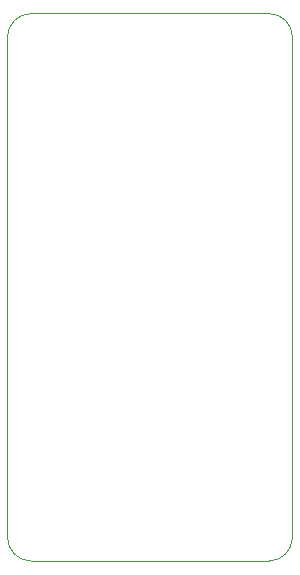
<source format=gbr>
%TF.GenerationSoftware,KiCad,Pcbnew,9.0.3*%
%TF.CreationDate,2026-01-02T19:57:45-06:00*%
%TF.ProjectId,IsolatedADSandVoltmeterPCB,49736f6c-6174-4656-9441-4453616e6456,rev?*%
%TF.SameCoordinates,Original*%
%TF.FileFunction,Profile,NP*%
%FSLAX46Y46*%
G04 Gerber Fmt 4.6, Leading zero omitted, Abs format (unit mm)*
G04 Created by KiCad (PCBNEW 9.0.3) date 2026-01-02 19:57:45*
%MOMM*%
%LPD*%
G01*
G04 APERTURE LIST*
%TA.AperFunction,Profile*%
%ADD10C,0.050000*%
%TD*%
G04 APERTURE END LIST*
D10*
X147226132Y-34925000D02*
G75*
G02*
X149226100Y-36925051I-32J-2000000D01*
G01*
X125095000Y-36925000D02*
G75*
G02*
X127095000Y-34925000I2000000J0D01*
G01*
X127095000Y-81280000D02*
G75*
G02*
X125095000Y-79280000I0J2000000D01*
G01*
X149225051Y-79280051D02*
G75*
G02*
X147225051Y-81279951I-1999951J51D01*
G01*
X149226132Y-36925051D02*
X149225051Y-79280051D01*
X147225051Y-81280000D02*
X127095000Y-81280000D01*
X127095000Y-34925000D02*
X147226132Y-34925000D01*
X125095000Y-79280000D02*
X125095000Y-36925000D01*
M02*

</source>
